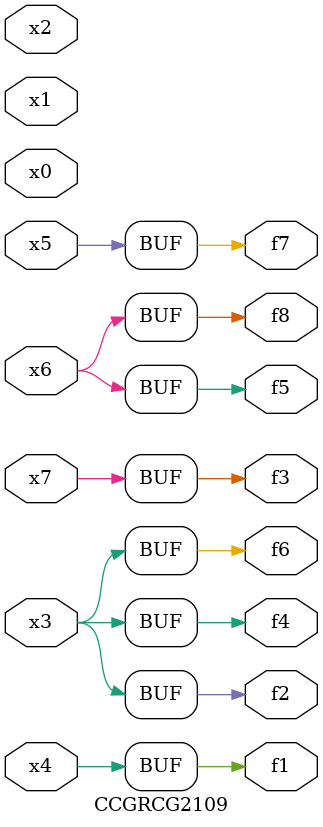
<source format=v>
module CCGRCG2109(
	input x0, x1, x2, x3, x4, x5, x6, x7,
	output f1, f2, f3, f4, f5, f6, f7, f8
);
	assign f1 = x4;
	assign f2 = x3;
	assign f3 = x7;
	assign f4 = x3;
	assign f5 = x6;
	assign f6 = x3;
	assign f7 = x5;
	assign f8 = x6;
endmodule

</source>
